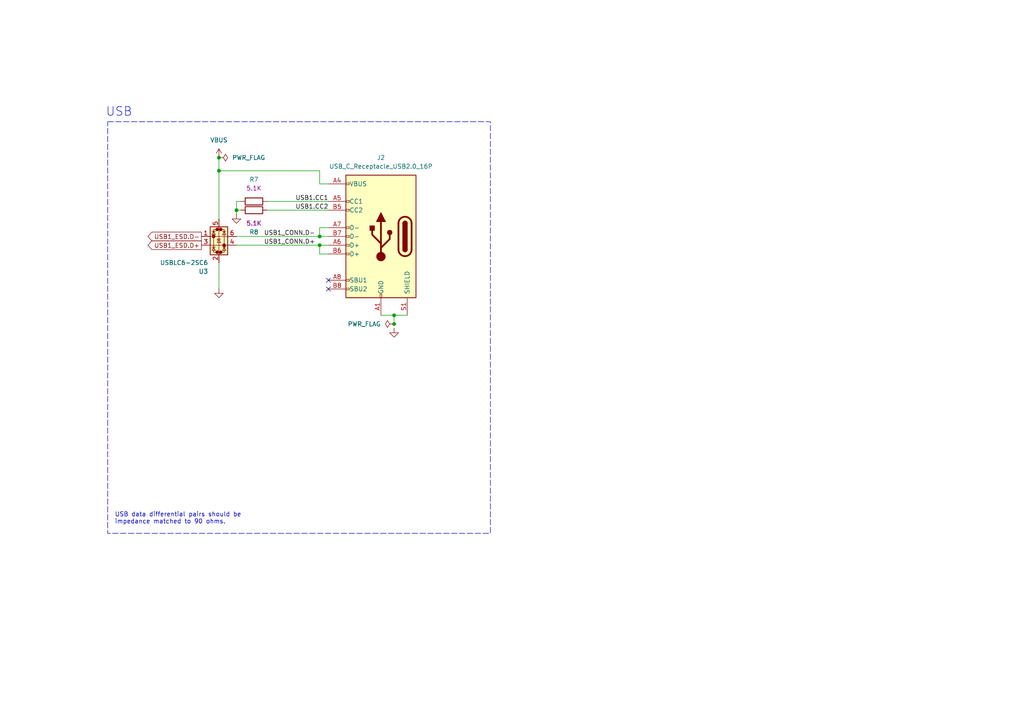
<source format=kicad_sch>
(kicad_sch (version 20250114) (generator "eeschema") (generator_version "9.0")
  (paper "A4")
  (lib_symbols
    (symbol "Lichen:5k1_0603" (pin_numbers (hide yes)) (pin_names (offset 0))
      (property "Reference" "R3" (at 3.81 -1.016 0))
      (property "Display" "5.1K" (at 3.81 1.016 0))
      (symbol "5k1_0603_0_1"
        (rectangle (start -1.016 -2.54) (end 1.016 2.54) (stroke (width 0.254)))
      )
      (symbol "5k1_0603_1_1"
        (pin passive line (at 0 3.81 270) (length 1.27) (name "~") (number "1"))
        (pin passive line (at 0 -3.81 90) (length 1.27) (name "~") (number "2"))
      )
    )
    (symbol "Lichen:USB_C_Receptacle_USB2.0_16P_HRO_TYPE-C-31-M-12" (pin_names (offset 1.016))
      (property "Reference" "J2" (at 0 22.86 0))
      (property "Value" "USB_C_Receptacle_USB2.0_16P_HRO_TYPE-C-31-M-12" (at 0 20.32 0))
      (symbol "USB_C_Receptacle_USB2.0_16P_HRO_TYPE-C-31-M-12_0_0"
        (rectangle (start -0.254 -17.78) (end 0.254 -16.764))
        (rectangle (start 10.16 15.494) (end 9.144 14.986))
        (rectangle (start 10.16 10.414) (end 9.144 9.906))
        (rectangle (start 10.16 7.874) (end 9.144 7.366))
        (rectangle (start 10.16 2.794) (end 9.144 2.286))
        (rectangle (start 10.16 0.254) (end 9.144 -0.254))
        (rectangle (start 10.16 -2.286) (end 9.144 -2.794))
        (rectangle (start 10.16 -4.826) (end 9.144 -5.334))
        (rectangle (start 10.16 -12.446) (end 9.144 -12.954))
        (rectangle (start 10.16 -14.986) (end 9.144 -15.494))
      )
      (symbol "USB_C_Receptacle_USB2.0_16P_HRO_TYPE-C-31-M-12_0_1"
        (rectangle (start -10.16 17.78) (end 10.16 -17.78) (stroke (width 0.254)) (fill (type background)))
        (polyline (pts (xy -8.89 -3.81) (xy -8.89 3.81)) (stroke (width 0.508)))
        (rectangle (start -7.62 -3.81) (end -6.35 3.81) (stroke (width 0.254)) (fill (type outline)))
        (arc (start -7.62 3.81) (mid -6.985 4.4423) (end -6.35 3.81) (stroke (width 0.254)))
        (arc (start -7.62 3.81) (mid -6.985 4.4423) (end -6.35 3.81) (stroke (width 0.254)) (fill (type outline)))
        (arc (start -8.89 3.81) (mid -6.985 5.7067) (end -5.08 3.81) (stroke (width 0.508)))
        (arc (start -5.08 -3.81) (mid -6.985 -5.7067) (end -8.89 -3.81) (stroke (width 0.508)))
        (arc (start -6.35 -3.81) (mid -6.985 -4.4423) (end -7.62 -3.81) (stroke (width 0.254)))
        (arc (start -6.35 -3.81) (mid -6.985 -4.4423) (end -7.62 -3.81) (stroke (width 0.254)) (fill (type outline)))
        (polyline (pts (xy -5.08 3.81) (xy -5.08 -3.81)) (stroke (width 0.508)))
        (circle (center -2.54 1.143) (radius 0.635) (stroke (width 0.254)) (fill (type outline)))
        (polyline (pts (xy -1.27 4.318) (xy 0 6.858) (xy 1.27 4.318) (xy -1.27 4.318)) (stroke (width 0.254)) (fill (type outline)))
        (polyline (pts (xy 0 -2.032) (xy 2.54 0.508) (xy 2.54 1.778)) (stroke (width 0.508)))
        (polyline (pts (xy 0 -3.302) (xy -2.54 -0.762) (xy -2.54 0.508)) (stroke (width 0.508)))
        (polyline (pts (xy 0 -5.842) (xy 0 4.318)) (stroke (width 0.508)))
        (circle (center 0 -5.842) (radius 1.27) (fill (type outline)))
        (rectangle (start 1.905 1.778) (end 3.175 3.048) (stroke (width 0.254)) (fill (type outline)))
      )
      (symbol "USB_C_Receptacle_USB2.0_16P_HRO_TYPE-C-31-M-12_1_1"
        (pin passive line (at -7.62 -22.86 90) (length 5.08) (name "SHIELD") (number "S1"))
        (pin passive line (at 0 -22.86 90) (length 5.08) (name "GND") (number "A1"))
        (pin passive line (at 0 -22.86 90) (length 5.08) (hide yes) (name "GND") (number "A12"))
        (pin passive line (at 0 -22.86 90) (length 5.08) (hide yes) (name "GND") (number "B1"))
        (pin passive line (at 0 -22.86 90) (length 5.08) (hide yes) (name "GND") (number "B12"))
        (pin passive line (at 15.24 15.24 180) (length 5.08) (name "VBUS") (number "A4"))
        (pin passive line (at 15.24 15.24 180) (length 5.08) (hide yes) (name "VBUS") (number "A9"))
        (pin passive line (at 15.24 15.24 180) (length 5.08) (hide yes) (name "VBUS") (number "B4"))
        (pin passive line (at 15.24 15.24 180) (length 5.08) (hide yes) (name "VBUS") (number "B9"))
        (pin bidirectional line (at 15.24 10.16 180) (length 5.08) (name "CC1") (number "A5"))
        (pin bidirectional line (at 15.24 7.62 180) (length 5.08) (name "CC2") (number "B5"))
        (pin bidirectional line (at 15.24 2.54 180) (length 5.08) (name "D-") (number "A7"))
        (pin bidirectional line (at 15.24 0 180) (length 5.08) (name "D-") (number "B7"))
        (pin bidirectional line (at 15.24 -2.54 180) (length 5.08) (name "D+") (number "A6"))
        (pin bidirectional line (at 15.24 -5.08 180) (length 5.08) (name "D+") (number "B6"))
        (pin bidirectional line (at 15.24 -12.7 180) (length 5.08) (name "SBU1") (number "A8"))
        (pin bidirectional line (at 15.24 -15.24 180) (length 5.08) (name "SBU2") (number "B8"))
      )
    )
    (symbol "Lichen:USB_ESD_Protection_USBLC6-2SC6" (pin_names (hide yes))
      (property "Reference" "U2" (at 1.6511 7.62 0))
      (property "Value" "USB_ESD_Protection_USBLC6-2SC6" (at 1.6511 5.08 0))
      (symbol "USB_ESD_Protection_USBLC6-2SC6_0_0"
        (circle (center -1.524 0) (radius 0.0001) (stroke (width 0.508)))
        (circle (center -0.508 2.032) (radius 0.0001) (stroke (width 0.508)))
        (circle (center -0.508 -4.572) (radius 0.0001) (stroke (width 0.508)))
        (circle (center 0.508 2.032) (radius 0.0001) (stroke (width 0.508)))
        (circle (center 0.508 -4.572) (radius 0.0001) (stroke (width 0.508)))
        (circle (center 1.524 -2.54) (radius 0.0001) (stroke (width 0.508)))
      )
      (symbol "USB_ESD_Protection_USBLC6-2SC6_0_1"
        (polyline (pts (xy -2.54 0) (xy 2.54 0)))
        (polyline (pts (xy -2.54 -2.54) (xy 2.54 -2.54)))
        (polyline (pts (xy -2.032 0.508) (xy -1.016 0.508) (xy -1.524 1.524) (xy -2.032 0.508)))
        (polyline (pts (xy -2.032 -3.048) (xy -1.016 -3.048)))
        (polyline (pts (xy -1.016 1.524) (xy -2.032 1.524)))
        (polyline (pts (xy -1.016 -4.064) (xy -2.032 -4.064) (xy -1.524 -3.048) (xy -1.016 -4.064)))
        (polyline (pts (xy -0.508 -1.143) (xy -0.508 -0.762) (xy 0.508 -0.762)))
        (polyline (pts (xy 0 2.54) (xy -0.508 2.032) (xy 0.508 2.032) (xy 0 1.524) (xy 0 -4.064) (xy -0.508 -4.572) (xy 0.508 -4.572) (xy 0 -5.08)))
        (polyline (pts (xy 0.508 -1.778) (xy -0.508 -1.778) (xy 0 -0.762) (xy 0.508 -1.778)))
        (polyline (pts (xy 1.016 1.524) (xy 2.032 1.524)))
        (polyline (pts (xy 1.016 -3.048) (xy 2.032 -3.048)))
        (polyline (pts (xy 2.032 0.508) (xy 1.016 0.508) (xy 1.524 1.524) (xy 2.032 0.508)))
        (polyline (pts (xy 2.032 -4.064) (xy 1.016 -4.064) (xy 1.524 -3.048) (xy 2.032 -4.064)))
      )
      (symbol "USB_ESD_Protection_USBLC6-2SC6_1_1"
        (rectangle (start -2.54 2.794) (end 2.54 -5.334) (stroke (width 0.254)) (fill (type background)))
        (polyline (pts (xy -0.508 2.032) (xy -1.524 2.032) (xy -1.524 -4.572) (xy -0.508 -4.572)))
        (polyline (pts (xy 0.508 -4.572) (xy 1.524 -4.572) (xy 1.524 2.032) (xy 0.508 2.032)))
        (pin passive line (at -5.08 0 0) (length 2.54) (name "I/O1") (number "1"))
        (pin passive line (at -5.08 -2.54 0) (length 2.54) (name "I/O2") (number "3"))
        (pin passive line (at 0 5.08 270) (length 2.54) (name "VBUS") (number "5"))
        (pin passive line (at 0 -7.62 90) (length 2.54) (name "GND") (number "2"))
        (pin passive line (at 5.08 0 180) (length 2.54) (name "I/O1") (number "6"))
        (pin passive line (at 5.08 -2.54 180) (length 2.54) (name "I/O2") (number "4"))
      )
    )
    (symbol "power:GND" (power) (pin_numbers (hide yes)) (pin_names (offset 0) (hide yes))
      (property "Value" "GND" (at 0 -3.81 0))
      (symbol "GND_0_1"
        (polyline (pts (xy 0 0) (xy 0 -1.27) (xy 1.27 -1.27) (xy 0 -2.54) (xy -1.27 -1.27) (xy 0 -1.27)))
      )
      (symbol "GND_1_1"
        (pin power_in line (at 0 0 270) (length 0) (name "~") (number "1"))
      )
    )
    (symbol "power:PWR_FLAG" (power) (pin_numbers (hide yes)) (pin_names (offset 0) (hide yes))
      (property "Value" "PWR_FLAG" (at 0 3.81 0))
      (symbol "PWR_FLAG_0_0"
        (pin power_out line (at 0 0 90) (length 0) (name "~") (number "1"))
      )
      (symbol "PWR_FLAG_0_1"
        (polyline (pts (xy 0 0) (xy 0 1.27) (xy -1.016 1.905) (xy 0 2.54) (xy 1.016 1.905) (xy 0 1.27)))
      )
    )
    (symbol "power:VBUS" (power) (pin_numbers (hide yes)) (pin_names (offset 0) (hide yes))
      (property "Value" "VBUS" (at 0 3.556 0))
      (symbol "VBUS_0_1"
        (polyline (pts (xy -0.762 1.27) (xy 0 2.54)))
        (polyline (pts (xy 0 2.54) (xy 0.762 1.27)))
        (polyline (pts (xy 0 0) (xy 0 2.54)))
      )
      (symbol "VBUS_1_1"
        (pin power_in line (at 0 0 90) (length 0) (name "~") (number "1"))
      )
    )
  )
  (rectangle (start 31.242 35.306) (end 142.24 154.686) (stroke (width 0) (type dash)))
  (text "USB data differential pairs should be\nimpedance matched to 90 ohms." (at 33.274 150.368 0) (effects (font (size 1.27 1.27)) (justify left)))
  (text "USB" (at 34.544 32.512 0) (effects (font (size 2.54 2.54))))
  (junction (at 92.71 68.58))
  (junction (at 92.71 71.12))
  (junction (at 114.3 91.44))
  (junction (at 114.3 93.98))
  (junction (at 63.5 45.72))
  (junction (at 68.58 60.96))
  (junction (at 63.5 49.53))
  (no_connect (at 95.25 81.28))
  (no_connect (at 95.25 83.82))
  (wire (pts (xy 68.58 58.42) (xy 68.58 60.96)))
  (wire (pts (xy 95.25 66.04) (xy 92.71 66.04)))
  (wire (pts (xy 68.58 60.96) (xy 68.58 62.23)))
  (wire (pts (xy 110.49 91.44) (xy 114.3 91.44)))
  (wire (pts (xy 92.71 71.12) (xy 68.58 71.12)))
  (wire (pts (xy 68.58 58.42) (xy 69.85 58.42)))
  (wire (pts (xy 95.25 58.42) (xy 77.47 58.42)))
  (wire (pts (xy 92.71 53.34) (xy 95.25 53.34)))
  (wire (pts (xy 95.25 68.58) (xy 92.71 68.58)))
  (wire (pts (xy 95.25 71.12) (xy 92.71 71.12)))
  (wire (pts (xy 92.71 49.53) (xy 63.5 49.53)))
  (wire (pts (xy 63.5 83.82) (xy 63.5 76.2)))
  (wire (pts (xy 95.25 60.96) (xy 77.47 60.96)))
  (wire (pts (xy 92.71 68.58) (xy 68.58 68.58)))
  (wire (pts (xy 63.5 49.53) (xy 63.5 63.5)))
  (wire (pts (xy 92.71 73.66) (xy 95.25 73.66)))
  (wire (pts (xy 92.71 66.04) (xy 92.71 68.58)))
  (wire (pts (xy 92.71 49.53) (xy 92.71 53.34)))
  (wire (pts (xy 114.3 91.44) (xy 114.3 93.98)))
  (wire (pts (xy 92.71 71.12) (xy 92.71 73.66)))
  (wire (pts (xy 68.58 60.96) (xy 69.85 60.96)))
  (wire (pts (xy 114.3 91.44) (xy 118.11 91.44)))
  (wire (pts (xy 63.5 45.72) (xy 63.5 49.53)))
  (label "USB1.CC1" (at 95.25 58.42 180))
  (label "USB1_CONN.D-" (at 91.44 68.58 180))
  (label "USB1_CONN.D+" (at 91.44 71.12 180))
  (label "USB1.CC2" (at 95.25 60.96 180))
  (global_label "USB1_ESD.D+" (shape output) (at 58.42 71.12 180) (property "Intersheetrefs" "${INTERSHEET_REFS}" (effects (hide yes))))
  (global_label "USB1_ESD.D-" (shape output) (at 58.42 68.58 180) (property "Intersheetrefs" "${INTERSHEET_REFS}" (effects (hide yes))))
  (symbol (lib_id "power:PWR_FLAG") (at 114.3 93.98 90) (unit 1)
    (property "Reference" "#FLG03" (effects (hide yes)))
    (property "Value" "PWR_FLAG" (at 110.49 93.9799 90) (effects (justify left)))
    (property "Description" "Special symbol for telling ERC where power comes from" (effects (hide yes)))
  )
  (symbol (lib_id "Lichen:5k1_0603") (at 73.66 58.42 270) (mirror x) (unit 1)
    (property "Reference" "R7" (at 73.66 52.07 90))
    (property "Value" "5k1_0603" (effects (hide yes)))
    (property "Footprint" "Lichen:R_0603" (effects (hide yes)))
    (property "Datasheet" "https://www.lcsc.com/datasheet/C23186.pdf" (effects (hide yes)))
    (property "Description" "5.1K, 1%, 1/10W, 0603" (effects (hide yes)))
    (property "Manufacturer" "UNI-ROYAL" (effects (hide yes)))
    (property "Part Number" "0603WAF5101T5E" (effects (hide yes)))
    (property "Display" "5.1K" (at 73.66 54.61 90))
    (property "LCSC" "C23186" (effects (hide yes)))
  )
  (symbol (lib_id "power:GND") (at 68.58 62.23 0) (mirror y) (unit 1)
    (property "Reference" "#PWR024" (effects (hide yes)))
    (property "Value" "GND" (effects (hide yes)))
    (property "Description" "Power symbol creates a global label with name \"GND\" , ground" (effects (hide yes)))
  )
  (symbol (lib_id "power:GND") (at 114.3 95.25 0) (mirror y) (unit 1)
    (property "Reference" "#PWR026" (effects (hide yes)))
    (property "Value" "GND" (effects (hide yes)))
    (property "Description" "Power symbol creates a global label with name \"GND\" , ground" (effects (hide yes)))
  )
  (symbol (lib_id "Lichen:USB_ESD_Protection_USBLC6-2SC6") (at 63.5 68.58 0) (unit 1)
    (property "Reference" "U3" (at 60.3819 78.74 0) (effects (justify right)))
    (property "Value" "USBLC6-2SC6" (at 60.3819 76.2 0) (effects (justify right)))
    (property "Footprint" "Package_TO_SOT_SMD:SOT-23-6" (effects (hide yes)))
    (property "Datasheet" "https://www.st.com/resource/en/datasheet/usblc6-2.pdf" (effects (hide yes)))
    (property "Description" "Very low capacitance ESD protection diode, 2 data-line, SOT-23-6" (effects (hide yes)))
    (property "Manufacturer" "STMicroelectronics" (effects (hide yes)))
    (property "Part Number" "USBLC6-2SC6" (effects (hide yes)))
    (property "LCSC" "C7519" (effects (hide yes)))
  )
  (symbol (lib_id "power:PWR_FLAG") (at 63.5 45.72 270) (unit 1)
    (property "Reference" "#FLG02" (effects (hide yes)))
    (property "Value" "PWR_FLAG" (at 67.31 45.7199 90) (effects (justify left)))
    (property "Description" "Special symbol for telling ERC where power comes from" (effects (hide yes)))
  )
  (symbol (lib_id "power:VBUS") (at 63.5 45.72 0) (mirror y) (unit 1)
    (property "Reference" "#PWR020" (effects (hide yes)))
    (property "Value" "VBUS" (at 63.5 40.64 0))
    (property "Description" "Power symbol creates a global label with name \"VBUS\"" (effects (hide yes)))
  )
  (symbol (lib_id "Lichen:5k1_0603") (at 73.66 60.96 270) (unit 1)
    (property "Reference" "R8" (at 73.66 67.31 90))
    (property "Value" "5k1_0603" (effects (hide yes)))
    (property "Footprint" "Lichen:R_0603" (effects (hide yes)))
    (property "Datasheet" "https://www.lcsc.com/datasheet/C23186.pdf" (effects (hide yes)))
    (property "Description" "5.1K, 1%, 1/10W, 0603" (effects (hide yes)))
    (property "Manufacturer" "UNI-ROYAL" (effects (hide yes)))
    (property "Part Number" "0603WAF5101T5E" (effects (hide yes)))
    (property "Display" "5.1K" (at 73.66 64.77 90))
    (property "LCSC" "C23186" (effects (hide yes)))
  )
  (symbol (lib_id "Lichen:USB_C_Receptacle_USB2.0_16P_HRO_TYPE-C-31-M-12") (at 110.49 68.58 0) (mirror y) (unit 1)
    (property "Reference" "J2" (at 110.49 45.72 0))
    (property "Value" "USB_C_Receptacle_USB2.0_16P" (at 110.49 48.26 0))
    (property "Footprint" "Lichen:USB_C_Receptacle_HRO_TYPE-C-31-M-12_Overhanging" (effects (hide yes)))
    (property "Datasheet" "https://jlcpcb.com/api/file/downloadByFileSystemAccessId/8550723676069908480" (effects (hide yes)))
    (property "Description" "10,000 cycles 16P 20V 5A 7.35mm Female Surface Mount, Right Angle Type-C SMD" (effects (hide yes)))
    (property "Manufacturer" "Korean Hroparts Elec" (effects (hide yes)))
    (property "Part Number" "TYPE-C-31-M-12" (effects (hide yes)))
    (property "LCSC" "C165948" (effects (hide yes)))
  )
  (symbol (lib_id "power:GND") (at 63.5 83.82 0) (mirror y) (unit 1)
    (property "Reference" "#PWR021" (effects (hide yes)))
    (property "Value" "GND" (effects (hide yes)))
    (property "Description" "Power symbol creates a global label with name \"GND\" , ground" (effects (hide yes)))
  )
)
</source>
